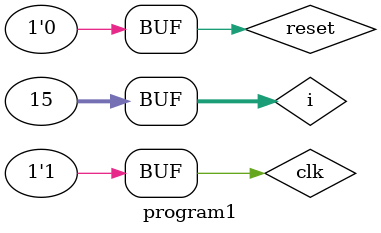
<source format=v>
`include "top.v"

module program1();
  reg clk, reset;
  
  top #("mem_file1.txt", "data_file1.txt") uut(clk, reset);
  
  integer i;
  
  initial
  begin
    $dumpfile("program1.vcd");
    $dumpvars(0, program1);
    
    clk <= 0; #5;
    clk <= 1; reset <= 1; #5;
    reset <= 0;
    for (i = 0; i < 15; i = i + 1)
    begin
      clk <= 0; #5;
      clk <= 1; #5;
    end
  end

endmodule
</source>
